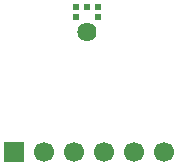
<source format=gbr>
%TF.GenerationSoftware,KiCad,Pcbnew,9.0.5*%
%TF.CreationDate,2025-10-11T00:16:22-04:00*%
%TF.ProjectId,audio-board,61756469-6f2d-4626-9f61-72642e6b6963,rev?*%
%TF.SameCoordinates,Original*%
%TF.FileFunction,Soldermask,Top*%
%TF.FilePolarity,Negative*%
%FSLAX46Y46*%
G04 Gerber Fmt 4.6, Leading zero omitted, Abs format (unit mm)*
G04 Created by KiCad (PCBNEW 9.0.5) date 2025-10-11 00:16:22*
%MOMM*%
%LPD*%
G01*
G04 APERTURE LIST*
%ADD10R,0.600000X0.522000*%
%ADD11C,1.625000*%
%ADD12R,1.700000X1.700000*%
%ADD13C,1.700000*%
G04 APERTURE END LIST*
D10*
%TO.C,MK1*%
X141100000Y-72726000D03*
X141100000Y-73548000D03*
D11*
X142000000Y-74800000D03*
D10*
X142900000Y-73548000D03*
X142900000Y-72726000D03*
X142000000Y-72726000D03*
%TD*%
D12*
%TO.C,J1*%
X135840000Y-85000000D03*
D13*
X138380000Y-85000000D03*
X140920000Y-85000000D03*
X143460000Y-85000000D03*
X146000000Y-85000000D03*
X148540000Y-85000000D03*
%TD*%
M02*

</source>
